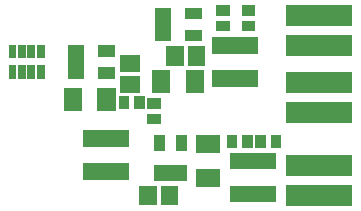
<source format=gbr>
G04 start of page 7 for group -4062 idx -4062 *
G04 Title: led, soldermask *
G04 Creator: pcb 20140316 *
G04 CreationDate: Fri 12 Jan 2018 06:22:56 AM GMT UTC *
G04 For: brian *
G04 Format: Gerber/RS-274X *
G04 PCB-Dimensions (mil): 6000.00 5000.00 *
G04 PCB-Coordinate-Origin: lower left *
%MOIN*%
%FSLAX25Y25*%
%LNBOTTOMMASK*%
%ADD52R,0.0260X0.0260*%
%ADD51R,0.0572X0.0572*%
%ADD50R,0.0614X0.0614*%
%ADD49R,0.0380X0.0380*%
%ADD48R,0.0551X0.0551*%
%ADD47R,0.0355X0.0355*%
%ADD46R,0.0700X0.0700*%
G54D46*X151500Y439000D02*X166500D01*
X151500Y429000D02*X166500D01*
X151500Y416500D02*X166500D01*
X151500Y406500D02*X166500D01*
G54D47*X135008Y435441D02*X135992D01*
G54D48*X126079Y417988D02*X135921D01*
G54D46*X151500Y389000D02*X166500D01*
X151500Y379000D02*X166500D01*
G54D48*X132079Y390512D02*X141921D01*
G54D49*X113200Y387200D02*Y385600D01*
X109500Y387200D02*Y385600D01*
X105800Y387200D02*Y385600D01*
G54D50*X121094Y384870D02*X122906D01*
G54D47*X144559Y397492D02*Y396508D01*
X139441Y397492D02*Y396508D01*
X135008Y440559D02*X135992D01*
X126508Y435441D02*X127492D01*
G54D48*X126079Y429012D02*X135921D01*
G54D49*X106100Y432300D02*X107700D01*
X106100Y436000D02*X107700D01*
X116300Y432300D02*X117900D01*
G54D51*X118043Y425893D02*Y425107D01*
X110957Y425893D02*Y425107D01*
G54D47*X103508Y404441D02*X104492D01*
X103508Y409559D02*X104492D01*
G54D50*X106370Y417906D02*Y416094D01*
X117630Y417906D02*Y416094D01*
G54D47*X126508Y440559D02*X127492D01*
G54D49*X106100Y439700D02*X107700D01*
X116300D02*X117900D01*
G54D51*X95607Y415957D02*X96393D01*
X95607Y423043D02*X96393D01*
G54D49*X77100Y419800D02*X78700D01*
X77100Y423500D02*X78700D01*
X77100Y427200D02*X78700D01*
X87300D02*X88900D01*
X87300Y419800D02*X88900D01*
G54D48*X132079Y379488D02*X141921D01*
G54D51*X101957Y379393D02*Y378607D01*
X109043Y379393D02*Y378607D01*
G54D47*X135059Y397492D02*Y396508D01*
X129941Y397492D02*Y396508D01*
G54D49*X105800Y397400D02*Y395800D01*
X113200Y397400D02*Y395800D01*
G54D50*X121094Y396130D02*X122906D01*
G54D48*X83079Y398012D02*X92921D01*
X83079Y386988D02*X92921D01*
G54D50*X76870Y411906D02*Y410094D01*
X88130Y411906D02*Y410094D01*
G54D47*X99059Y410492D02*Y409508D01*
X93941Y410492D02*Y409508D01*
G54D52*X63075Y427732D02*Y425961D01*
X59925Y427732D02*Y425961D01*
X66224Y421039D02*Y419268D01*
X63075Y421039D02*Y419268D01*
X59925Y421039D02*Y419268D01*
X56776Y421039D02*Y419268D01*
X66224Y427732D02*Y425961D01*
X56776Y427732D02*Y425961D01*
M02*

</source>
